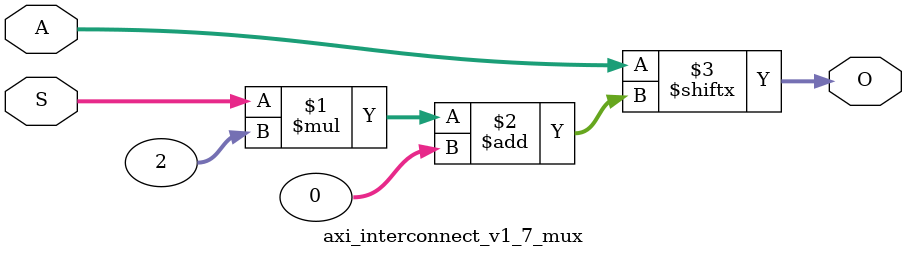
<source format=v>
`timescale 1ps/1ps


(* DowngradeIPIdentifiedWarnings="yes" *) 
module axi_interconnect_v1_7_mux #
  (
   parameter         C_FAMILY                         = "rtl",
                       // FPGA Family. Current version: virtex6 or spartan6.
   parameter integer C_SEL_WIDTH                      = 4,
                       // Data width for comparator.
   parameter integer C_DATA_WIDTH                     = 2
                       // Data width for comparator.
   )
  (
   input  wire [C_SEL_WIDTH-1:0]                    S,
   input  wire [(2**C_SEL_WIDTH)*C_DATA_WIDTH-1:0]  A,
   output wire [C_DATA_WIDTH-1:0]                   O
   );
  
  
  /////////////////////////////////////////////////////////////////////////////
  // Variables for generating parameter controlled instances.
  /////////////////////////////////////////////////////////////////////////////
  
  // Generate variable for bit vector.
  genvar bit_cnt;
  
  
  /////////////////////////////////////////////////////////////////////////////
  // Local params
  /////////////////////////////////////////////////////////////////////////////
  
  
  /////////////////////////////////////////////////////////////////////////////
  // Functions
  /////////////////////////////////////////////////////////////////////////////
  
  
  /////////////////////////////////////////////////////////////////////////////
  // Internal signals
  /////////////////////////////////////////////////////////////////////////////
  
  
  /////////////////////////////////////////////////////////////////////////////
  // Instantiate or use RTL code
  /////////////////////////////////////////////////////////////////////////////
  
  generate
    if ( C_FAMILY == "rtl" || C_SEL_WIDTH < 3 ) begin : USE_RTL
      assign O = A[(S)*C_DATA_WIDTH +: C_DATA_WIDTH];
      
    end else begin : USE_FPGA
      
      wire [C_DATA_WIDTH-1:0] C;
      wire [C_DATA_WIDTH-1:0] D;
      
      // Lower half recursively.
  axi_interconnect_v1_7_mux # 
      (
       .C_FAMILY      (C_FAMILY),
       .C_SEL_WIDTH   (C_SEL_WIDTH-1),
       .C_DATA_WIDTH  (C_DATA_WIDTH)
      ) mux_c_inst 
      (
       .S   (S[C_SEL_WIDTH-2:0]),
       .A   (A[(2**(C_SEL_WIDTH-1))*C_DATA_WIDTH-1 : 0]),
       .O   (C)
      ); 
      
      // Upper half recursively.
  axi_interconnect_v1_7_mux # 
      (
       .C_FAMILY      (C_FAMILY),
       .C_SEL_WIDTH   (C_SEL_WIDTH-1),
       .C_DATA_WIDTH  (C_DATA_WIDTH)
      ) mux_d_inst 
      (
       .S   (S[C_SEL_WIDTH-2:0]),
       .A   (A[(2**C_SEL_WIDTH)*C_DATA_WIDTH-1 : (2**(C_SEL_WIDTH-1))*C_DATA_WIDTH]),
       .O   (D)
      ); 
      
      // Generate instantiated mux components as required.
      for (bit_cnt = 0; bit_cnt < C_DATA_WIDTH ; bit_cnt = bit_cnt + 1) begin : NUM
        if ( C_SEL_WIDTH == 4 ) begin : USE_F8
        
          MUXF8 muxf8_inst 
          (
           .I0  (C[bit_cnt]),
           .I1  (D[bit_cnt]),
           .S   (S[C_SEL_WIDTH-1]),
           .O   (O[bit_cnt])
          ); 
          
        end else if ( C_SEL_WIDTH == 3 ) begin : USE_F7
      
          MUXF7 muxf7_inst 
          (
           .I0  (C[bit_cnt]),
           .I1  (D[bit_cnt]),
           .S   (S[C_SEL_WIDTH-1]),
           .O   (O[bit_cnt])
          ); 
          
        end // C_SEL_WIDTH
      end // end for bit_cnt
    
    end
  endgenerate
  
  
endmodule


</source>
